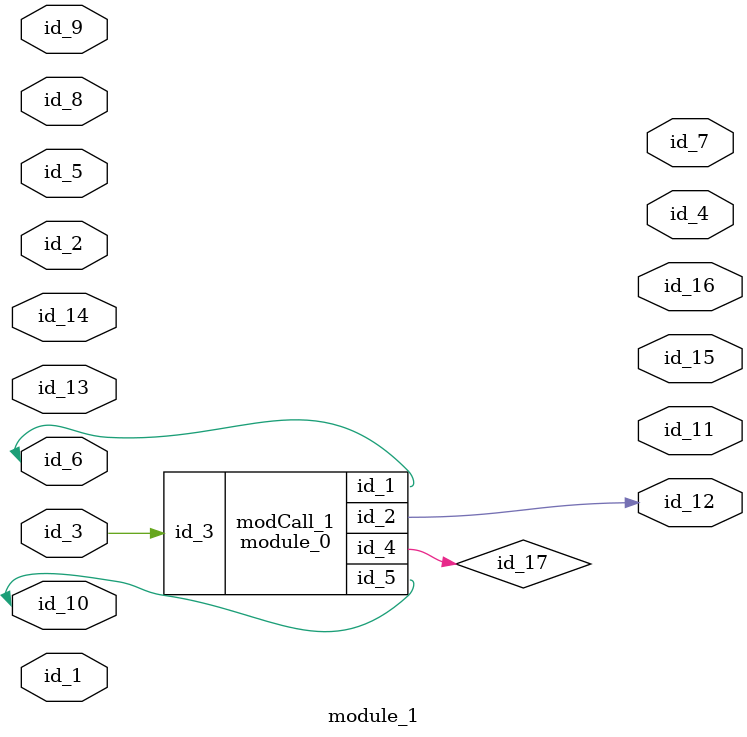
<source format=v>
module module_0 (
    id_1,
    id_2,
    id_3,
    id_4,
    id_5
);
  inout wire id_5;
  output wire id_4;
  input wire id_3;
  output wire id_2;
  output wire id_1;
  wire id_6;
endmodule
module module_1 (
    id_1,
    id_2,
    id_3,
    id_4,
    id_5,
    id_6,
    id_7,
    id_8,
    id_9,
    id_10,
    id_11,
    id_12,
    id_13,
    id_14,
    id_15,
    id_16
);
  output wire id_16;
  output wire id_15;
  inout wire id_14;
  inout wire id_13;
  output wire id_12;
  output wire id_11;
  inout wire id_10;
  inout wire id_9;
  inout wire id_8;
  output wire id_7;
  inout wire id_6;
  input wire id_5;
  output wire id_4;
  input wire id_3;
  inout wire id_2;
  input wire id_1;
  wire id_17;
  module_0 modCall_1 (
      id_6,
      id_12,
      id_3,
      id_17,
      id_10
  );
endmodule

</source>
